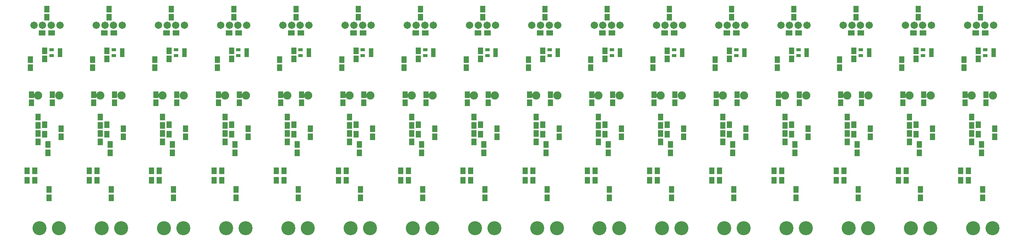
<source format=gbr>
G75*
G71*
%MOMM*%
%OFA0B0*%
%FSLAX53Y53*%
%IPPOS*%
%LPD*%
%ADD10R,1.60000X1.30000*%
%ADD22R,1.30000X1.60000*%
%ADD23C,3.25000*%
%ADD25C,1.70800*%
%ADD31C,0.10000*%
%ADD37C,1.90000*%
%ADD44R,1.15000X1.60000*%
%ADD45R,1.10000X0.80000*%
%LPD*%X0000000Y0000000D02*
%LPD*%
G01*
D31*
D44*
X0006506Y0021517D03*
X0006506Y0019617D03*
X0009554Y0025200D03*
X0009554Y0023300D03*
X0006760Y0011103D03*
X0006760Y0009203D03*
X0004220Y0024057D03*
X0004220Y0022157D03*
X0004220Y0025967D03*
X0004220Y0027867D03*
X0002696Y0033074D03*
X0002696Y0031174D03*
X0007522Y0033074D03*
X0007522Y0031174D03*
X0002442Y0039302D03*
X0002442Y0041202D03*
D22*
X0005744Y0023912D03*
X0005744Y0026112D03*
X0001680Y0013244D03*
X0001680Y0015444D03*
X0003458Y0013244D03*
X0003458Y0015444D03*
D23*
X0009010Y0002152D03*
X0004510Y0002152D03*
D25*
X0009252Y0049142D03*
X0007252Y0049142D03*
X0005252Y0049142D03*
X0003252Y0049142D03*
D45*
X0009234Y0043442D03*
X0009234Y0042792D03*
X0009234Y0042142D03*
X0007334Y0042142D03*
X0007334Y0043442D03*
D37*
X0004220Y0032886D03*
X0009100Y0032886D03*
D44*
X0005744Y0043234D03*
X0005744Y0041334D03*
X0006252Y0050986D03*
X0006252Y0052886D03*
D10*
X0007352Y0047364D03*
X0005152Y0047364D03*
%LPD*%X0014400Y0000000D02*
%LPD*%
G01*
D31*
D44*
X0020906Y0021517D03*
X0020906Y0019617D03*
X0023954Y0025200D03*
X0023954Y0023300D03*
X0021160Y0011103D03*
X0021160Y0009203D03*
X0018620Y0024057D03*
X0018620Y0022157D03*
X0018620Y0025967D03*
X0018620Y0027867D03*
X0017096Y0033074D03*
X0017096Y0031174D03*
X0021922Y0033074D03*
X0021922Y0031174D03*
X0016842Y0039302D03*
X0016842Y0041202D03*
D22*
X0020144Y0023912D03*
X0020144Y0026112D03*
X0016080Y0013244D03*
X0016080Y0015444D03*
X0017858Y0013244D03*
X0017858Y0015444D03*
D23*
X0023410Y0002152D03*
X0018910Y0002152D03*
D25*
X0023652Y0049142D03*
X0021652Y0049142D03*
X0019652Y0049142D03*
X0017652Y0049142D03*
D45*
X0023634Y0043442D03*
X0023634Y0042792D03*
X0023634Y0042142D03*
X0021734Y0042142D03*
X0021734Y0043442D03*
D37*
X0018620Y0032886D03*
X0023500Y0032886D03*
D44*
X0020144Y0043234D03*
X0020144Y0041334D03*
X0020652Y0050986D03*
X0020652Y0052886D03*
D10*
X0021752Y0047364D03*
X0019552Y0047364D03*
%LPD*%X0028800Y0000000D02*
%LPD*%
G01*
D31*
D44*
X0035306Y0021517D03*
X0035306Y0019617D03*
X0038354Y0025200D03*
X0038354Y0023300D03*
X0035560Y0011103D03*
X0035560Y0009203D03*
X0033020Y0024057D03*
X0033020Y0022157D03*
X0033020Y0025967D03*
X0033020Y0027867D03*
X0031496Y0033074D03*
X0031496Y0031174D03*
X0036322Y0033074D03*
X0036322Y0031174D03*
X0031242Y0039302D03*
X0031242Y0041202D03*
D22*
X0034544Y0023912D03*
X0034544Y0026112D03*
X0030480Y0013244D03*
X0030480Y0015444D03*
X0032258Y0013244D03*
X0032258Y0015444D03*
D23*
X0037810Y0002152D03*
X0033310Y0002152D03*
D25*
X0038052Y0049142D03*
X0036052Y0049142D03*
X0034052Y0049142D03*
X0032052Y0049142D03*
D45*
X0038034Y0043442D03*
X0038034Y0042792D03*
X0038034Y0042142D03*
X0036134Y0042142D03*
X0036134Y0043442D03*
D37*
X0033020Y0032886D03*
X0037900Y0032886D03*
D44*
X0034544Y0043234D03*
X0034544Y0041334D03*
X0035052Y0050986D03*
X0035052Y0052886D03*
D10*
X0036152Y0047364D03*
X0033952Y0047364D03*
%LPD*%X0043200Y0000000D02*
%LPD*%
G01*
D31*
D44*
X0049706Y0021517D03*
X0049706Y0019617D03*
X0052754Y0025200D03*
X0052754Y0023300D03*
X0049960Y0011103D03*
X0049960Y0009203D03*
X0047420Y0024057D03*
X0047420Y0022157D03*
X0047420Y0025967D03*
X0047420Y0027867D03*
X0045896Y0033074D03*
X0045896Y0031174D03*
X0050722Y0033074D03*
X0050722Y0031174D03*
X0045642Y0039302D03*
X0045642Y0041202D03*
D22*
X0048944Y0023912D03*
X0048944Y0026112D03*
X0044880Y0013244D03*
X0044880Y0015444D03*
X0046658Y0013244D03*
X0046658Y0015444D03*
D23*
X0052210Y0002152D03*
X0047710Y0002152D03*
D25*
X0052452Y0049142D03*
X0050452Y0049142D03*
X0048452Y0049142D03*
X0046452Y0049142D03*
D45*
X0052434Y0043442D03*
X0052434Y0042792D03*
X0052434Y0042142D03*
X0050534Y0042142D03*
X0050534Y0043442D03*
D37*
X0047420Y0032886D03*
X0052300Y0032886D03*
D44*
X0048944Y0043234D03*
X0048944Y0041334D03*
X0049452Y0050986D03*
X0049452Y0052886D03*
D10*
X0050552Y0047364D03*
X0048352Y0047364D03*
%LPD*%X0057600Y0000000D02*
%LPD*%
G01*
D31*
D44*
X0064106Y0021517D03*
X0064106Y0019617D03*
X0067154Y0025200D03*
X0067154Y0023300D03*
X0064360Y0011103D03*
X0064360Y0009203D03*
X0061820Y0024057D03*
X0061820Y0022157D03*
X0061820Y0025967D03*
X0061820Y0027867D03*
X0060296Y0033074D03*
X0060296Y0031174D03*
X0065122Y0033074D03*
X0065122Y0031174D03*
X0060042Y0039302D03*
X0060042Y0041202D03*
D22*
X0063344Y0023912D03*
X0063344Y0026112D03*
X0059280Y0013244D03*
X0059280Y0015444D03*
X0061058Y0013244D03*
X0061058Y0015444D03*
D23*
X0066610Y0002152D03*
X0062110Y0002152D03*
D25*
X0066852Y0049142D03*
X0064852Y0049142D03*
X0062852Y0049142D03*
X0060852Y0049142D03*
D45*
X0066834Y0043442D03*
X0066834Y0042792D03*
X0066834Y0042142D03*
X0064934Y0042142D03*
X0064934Y0043442D03*
D37*
X0061820Y0032886D03*
X0066700Y0032886D03*
D44*
X0063344Y0043234D03*
X0063344Y0041334D03*
X0063852Y0050986D03*
X0063852Y0052886D03*
D10*
X0064952Y0047364D03*
X0062752Y0047364D03*
%LPD*%X0072000Y0000000D02*
%LPD*%
G01*
D31*
D44*
X0078506Y0021517D03*
X0078506Y0019617D03*
X0081554Y0025200D03*
X0081554Y0023300D03*
X0078760Y0011103D03*
X0078760Y0009203D03*
X0076220Y0024057D03*
X0076220Y0022157D03*
X0076220Y0025967D03*
X0076220Y0027867D03*
X0074696Y0033074D03*
X0074696Y0031174D03*
X0079522Y0033074D03*
X0079522Y0031174D03*
X0074442Y0039302D03*
X0074442Y0041202D03*
D22*
X0077744Y0023912D03*
X0077744Y0026112D03*
X0073680Y0013244D03*
X0073680Y0015444D03*
X0075458Y0013244D03*
X0075458Y0015444D03*
D23*
X0081010Y0002152D03*
X0076510Y0002152D03*
D25*
X0081252Y0049142D03*
X0079252Y0049142D03*
X0077252Y0049142D03*
X0075252Y0049142D03*
D45*
X0081234Y0043442D03*
X0081234Y0042792D03*
X0081234Y0042142D03*
X0079334Y0042142D03*
X0079334Y0043442D03*
D37*
X0076220Y0032886D03*
X0081100Y0032886D03*
D44*
X0077744Y0043234D03*
X0077744Y0041334D03*
X0078252Y0050986D03*
X0078252Y0052886D03*
D10*
X0079352Y0047364D03*
X0077152Y0047364D03*
%LPD*%X0086400Y0000000D02*
%LPD*%
G01*
D31*
D44*
X0092906Y0021517D03*
X0092906Y0019617D03*
X0095954Y0025200D03*
X0095954Y0023300D03*
X0093160Y0011103D03*
X0093160Y0009203D03*
X0090620Y0024057D03*
X0090620Y0022157D03*
X0090620Y0025967D03*
X0090620Y0027867D03*
X0089096Y0033074D03*
X0089096Y0031174D03*
X0093922Y0033074D03*
X0093922Y0031174D03*
X0088842Y0039302D03*
X0088842Y0041202D03*
D22*
X0092144Y0023912D03*
X0092144Y0026112D03*
X0088080Y0013244D03*
X0088080Y0015444D03*
X0089858Y0013244D03*
X0089858Y0015444D03*
D23*
X0095410Y0002152D03*
X0090910Y0002152D03*
D25*
X0095652Y0049142D03*
X0093652Y0049142D03*
X0091652Y0049142D03*
X0089652Y0049142D03*
D45*
X0095634Y0043442D03*
X0095634Y0042792D03*
X0095634Y0042142D03*
X0093734Y0042142D03*
X0093734Y0043442D03*
D37*
X0090620Y0032886D03*
X0095500Y0032886D03*
D44*
X0092144Y0043234D03*
X0092144Y0041334D03*
X0092652Y0050986D03*
X0092652Y0052886D03*
D10*
X0093752Y0047364D03*
X0091552Y0047364D03*
%LPD*%X0100800Y0000000D02*
%LPD*%
G01*
D31*
D44*
X0107306Y0021517D03*
X0107306Y0019617D03*
X0110354Y0025200D03*
X0110354Y0023300D03*
X0107560Y0011103D03*
X0107560Y0009203D03*
X0105020Y0024057D03*
X0105020Y0022157D03*
X0105020Y0025967D03*
X0105020Y0027867D03*
X0103496Y0033074D03*
X0103496Y0031174D03*
X0108322Y0033074D03*
X0108322Y0031174D03*
X0103242Y0039302D03*
X0103242Y0041202D03*
D22*
X0106544Y0023912D03*
X0106544Y0026112D03*
X0102480Y0013244D03*
X0102480Y0015444D03*
X0104258Y0013244D03*
X0104258Y0015444D03*
D23*
X0109810Y0002152D03*
X0105310Y0002152D03*
D25*
X0110052Y0049142D03*
X0108052Y0049142D03*
X0106052Y0049142D03*
X0104052Y0049142D03*
D45*
X0110034Y0043442D03*
X0110034Y0042792D03*
X0110034Y0042142D03*
X0108134Y0042142D03*
X0108134Y0043442D03*
D37*
X0105020Y0032886D03*
X0109900Y0032886D03*
D44*
X0106544Y0043234D03*
X0106544Y0041334D03*
X0107052Y0050986D03*
X0107052Y0052886D03*
D10*
X0108152Y0047364D03*
X0105952Y0047364D03*
%LPD*%X0115200Y0000000D02*
%LPD*%
G01*
D31*
D44*
X0121706Y0021517D03*
X0121706Y0019617D03*
X0124754Y0025200D03*
X0124754Y0023300D03*
X0121960Y0011103D03*
X0121960Y0009203D03*
X0119420Y0024057D03*
X0119420Y0022157D03*
X0119420Y0025967D03*
X0119420Y0027867D03*
X0117896Y0033074D03*
X0117896Y0031174D03*
X0122722Y0033074D03*
X0122722Y0031174D03*
X0117642Y0039302D03*
X0117642Y0041202D03*
D22*
X0120944Y0023912D03*
X0120944Y0026112D03*
X0116880Y0013244D03*
X0116880Y0015444D03*
X0118658Y0013244D03*
X0118658Y0015444D03*
D23*
X0124210Y0002152D03*
X0119710Y0002152D03*
D25*
X0124452Y0049142D03*
X0122452Y0049142D03*
X0120452Y0049142D03*
X0118452Y0049142D03*
D45*
X0124434Y0043442D03*
X0124434Y0042792D03*
X0124434Y0042142D03*
X0122534Y0042142D03*
X0122534Y0043442D03*
D37*
X0119420Y0032886D03*
X0124300Y0032886D03*
D44*
X0120944Y0043234D03*
X0120944Y0041334D03*
X0121452Y0050986D03*
X0121452Y0052886D03*
D10*
X0122552Y0047364D03*
X0120352Y0047364D03*
%LPD*%X0129600Y0000000D02*
%LPD*%
G01*
D31*
D44*
X0136106Y0021517D03*
X0136106Y0019617D03*
X0139154Y0025200D03*
X0139154Y0023300D03*
X0136360Y0011103D03*
X0136360Y0009203D03*
X0133820Y0024057D03*
X0133820Y0022157D03*
X0133820Y0025967D03*
X0133820Y0027867D03*
X0132296Y0033074D03*
X0132296Y0031174D03*
X0137122Y0033074D03*
X0137122Y0031174D03*
X0132042Y0039302D03*
X0132042Y0041202D03*
D22*
X0135344Y0023912D03*
X0135344Y0026112D03*
X0131280Y0013244D03*
X0131280Y0015444D03*
X0133058Y0013244D03*
X0133058Y0015444D03*
D23*
X0138610Y0002152D03*
X0134110Y0002152D03*
D25*
X0138852Y0049142D03*
X0136852Y0049142D03*
X0134852Y0049142D03*
X0132852Y0049142D03*
D45*
X0138834Y0043442D03*
X0138834Y0042792D03*
X0138834Y0042142D03*
X0136934Y0042142D03*
X0136934Y0043442D03*
D37*
X0133820Y0032886D03*
X0138700Y0032886D03*
D44*
X0135344Y0043234D03*
X0135344Y0041334D03*
X0135852Y0050986D03*
X0135852Y0052886D03*
D10*
X0136952Y0047364D03*
X0134752Y0047364D03*
%LPD*%X0144000Y0000000D02*
%LPD*%
G01*
D31*
D44*
X0150506Y0021517D03*
X0150506Y0019617D03*
X0153554Y0025200D03*
X0153554Y0023300D03*
X0150760Y0011103D03*
X0150760Y0009203D03*
X0148220Y0024057D03*
X0148220Y0022157D03*
X0148220Y0025967D03*
X0148220Y0027867D03*
X0146696Y0033074D03*
X0146696Y0031174D03*
X0151522Y0033074D03*
X0151522Y0031174D03*
X0146442Y0039302D03*
X0146442Y0041202D03*
D22*
X0149744Y0023912D03*
X0149744Y0026112D03*
X0145680Y0013244D03*
X0145680Y0015444D03*
X0147458Y0013244D03*
X0147458Y0015444D03*
D23*
X0153010Y0002152D03*
X0148510Y0002152D03*
D25*
X0153252Y0049142D03*
X0151252Y0049142D03*
X0149252Y0049142D03*
X0147252Y0049142D03*
D45*
X0153234Y0043442D03*
X0153234Y0042792D03*
X0153234Y0042142D03*
X0151334Y0042142D03*
X0151334Y0043442D03*
D37*
X0148220Y0032886D03*
X0153100Y0032886D03*
D44*
X0149744Y0043234D03*
X0149744Y0041334D03*
X0150252Y0050986D03*
X0150252Y0052886D03*
D10*
X0151352Y0047364D03*
X0149152Y0047364D03*
%LPD*%X0158400Y0000000D02*
%LPD*%
G01*
D31*
D44*
X0164906Y0021517D03*
X0164906Y0019617D03*
X0167954Y0025200D03*
X0167954Y0023300D03*
X0165160Y0011103D03*
X0165160Y0009203D03*
X0162620Y0024057D03*
X0162620Y0022157D03*
X0162620Y0025967D03*
X0162620Y0027867D03*
X0161096Y0033074D03*
X0161096Y0031174D03*
X0165922Y0033074D03*
X0165922Y0031174D03*
X0160842Y0039302D03*
X0160842Y0041202D03*
D22*
X0164144Y0023912D03*
X0164144Y0026112D03*
X0160080Y0013244D03*
X0160080Y0015444D03*
X0161858Y0013244D03*
X0161858Y0015444D03*
D23*
X0167410Y0002152D03*
X0162910Y0002152D03*
D25*
X0167652Y0049142D03*
X0165652Y0049142D03*
X0163652Y0049142D03*
X0161652Y0049142D03*
D45*
X0167634Y0043442D03*
X0167634Y0042792D03*
X0167634Y0042142D03*
X0165734Y0042142D03*
X0165734Y0043442D03*
D37*
X0162620Y0032886D03*
X0167500Y0032886D03*
D44*
X0164144Y0043234D03*
X0164144Y0041334D03*
X0164652Y0050986D03*
X0164652Y0052886D03*
D10*
X0165752Y0047364D03*
X0163552Y0047364D03*
%LPD*%X0172800Y0000000D02*
%LPD*%
G01*
D31*
D44*
X0179306Y0021517D03*
X0179306Y0019617D03*
X0182354Y0025200D03*
X0182354Y0023300D03*
X0179560Y0011103D03*
X0179560Y0009203D03*
X0177020Y0024057D03*
X0177020Y0022157D03*
X0177020Y0025967D03*
X0177020Y0027867D03*
X0175496Y0033074D03*
X0175496Y0031174D03*
X0180322Y0033074D03*
X0180322Y0031174D03*
X0175242Y0039302D03*
X0175242Y0041202D03*
D22*
X0178544Y0023912D03*
X0178544Y0026112D03*
X0174480Y0013244D03*
X0174480Y0015444D03*
X0176258Y0013244D03*
X0176258Y0015444D03*
D23*
X0181810Y0002152D03*
X0177310Y0002152D03*
D25*
X0182052Y0049142D03*
X0180052Y0049142D03*
X0178052Y0049142D03*
X0176052Y0049142D03*
D45*
X0182034Y0043442D03*
X0182034Y0042792D03*
X0182034Y0042142D03*
X0180134Y0042142D03*
X0180134Y0043442D03*
D37*
X0177020Y0032886D03*
X0181900Y0032886D03*
D44*
X0178544Y0043234D03*
X0178544Y0041334D03*
X0179052Y0050986D03*
X0179052Y0052886D03*
D10*
X0180152Y0047364D03*
X0177952Y0047364D03*
%LPD*%X0187200Y0000000D02*
%LPD*%
G01*
D31*
D44*
X0193706Y0021517D03*
X0193706Y0019617D03*
X0196754Y0025200D03*
X0196754Y0023300D03*
X0193960Y0011103D03*
X0193960Y0009203D03*
X0191420Y0024057D03*
X0191420Y0022157D03*
X0191420Y0025967D03*
X0191420Y0027867D03*
X0189896Y0033074D03*
X0189896Y0031174D03*
X0194722Y0033074D03*
X0194722Y0031174D03*
X0189642Y0039302D03*
X0189642Y0041202D03*
D22*
X0192944Y0023912D03*
X0192944Y0026112D03*
X0188880Y0013244D03*
X0188880Y0015444D03*
X0190658Y0013244D03*
X0190658Y0015444D03*
D23*
X0196210Y0002152D03*
X0191710Y0002152D03*
D25*
X0196452Y0049142D03*
X0194452Y0049142D03*
X0192452Y0049142D03*
X0190452Y0049142D03*
D45*
X0196434Y0043442D03*
X0196434Y0042792D03*
X0196434Y0042142D03*
X0194534Y0042142D03*
X0194534Y0043442D03*
D37*
X0191420Y0032886D03*
X0196300Y0032886D03*
D44*
X0192944Y0043234D03*
X0192944Y0041334D03*
X0193452Y0050986D03*
X0193452Y0052886D03*
D10*
X0194552Y0047364D03*
X0192352Y0047364D03*
%LPD*%X0201600Y0000000D02*
%LPD*%
G01*
D31*
D44*
X0208106Y0021517D03*
X0208106Y0019617D03*
X0211154Y0025200D03*
X0211154Y0023300D03*
X0208360Y0011103D03*
X0208360Y0009203D03*
X0205820Y0024057D03*
X0205820Y0022157D03*
X0205820Y0025967D03*
X0205820Y0027867D03*
X0204296Y0033074D03*
X0204296Y0031174D03*
X0209122Y0033074D03*
X0209122Y0031174D03*
X0204042Y0039302D03*
X0204042Y0041202D03*
D22*
X0207344Y0023912D03*
X0207344Y0026112D03*
X0203280Y0013244D03*
X0203280Y0015444D03*
X0205058Y0013244D03*
X0205058Y0015444D03*
D23*
X0210610Y0002152D03*
X0206110Y0002152D03*
D25*
X0210852Y0049142D03*
X0208852Y0049142D03*
X0206852Y0049142D03*
X0204852Y0049142D03*
D45*
X0210834Y0043442D03*
X0210834Y0042792D03*
X0210834Y0042142D03*
X0208934Y0042142D03*
X0208934Y0043442D03*
D37*
X0205820Y0032886D03*
X0210700Y0032886D03*
D44*
X0207344Y0043234D03*
X0207344Y0041334D03*
X0207852Y0050986D03*
X0207852Y0052886D03*
D10*
X0208952Y0047364D03*
X0206752Y0047364D03*
%LPD*%X0216000Y0000000D02*
%LPD*%
G01*
D31*
D44*
X0222506Y0021517D03*
X0222506Y0019617D03*
X0225554Y0025200D03*
X0225554Y0023300D03*
X0222760Y0011103D03*
X0222760Y0009203D03*
X0220220Y0024057D03*
X0220220Y0022157D03*
X0220220Y0025967D03*
X0220220Y0027867D03*
X0218696Y0033074D03*
X0218696Y0031174D03*
X0223522Y0033074D03*
X0223522Y0031174D03*
X0218442Y0039302D03*
X0218442Y0041202D03*
D22*
X0221744Y0023912D03*
X0221744Y0026112D03*
X0217680Y0013244D03*
X0217680Y0015444D03*
X0219458Y0013244D03*
X0219458Y0015444D03*
D23*
X0225010Y0002152D03*
X0220510Y0002152D03*
D25*
X0225252Y0049142D03*
X0223252Y0049142D03*
X0221252Y0049142D03*
X0219252Y0049142D03*
D45*
X0225234Y0043442D03*
X0225234Y0042792D03*
X0225234Y0042142D03*
X0223334Y0042142D03*
X0223334Y0043442D03*
D37*
X0220220Y0032886D03*
X0225100Y0032886D03*
D44*
X0221744Y0043234D03*
X0221744Y0041334D03*
X0222252Y0050986D03*
X0222252Y0052886D03*
D10*
X0223352Y0047364D03*
X0221152Y0047364D03*
M02*

</source>
